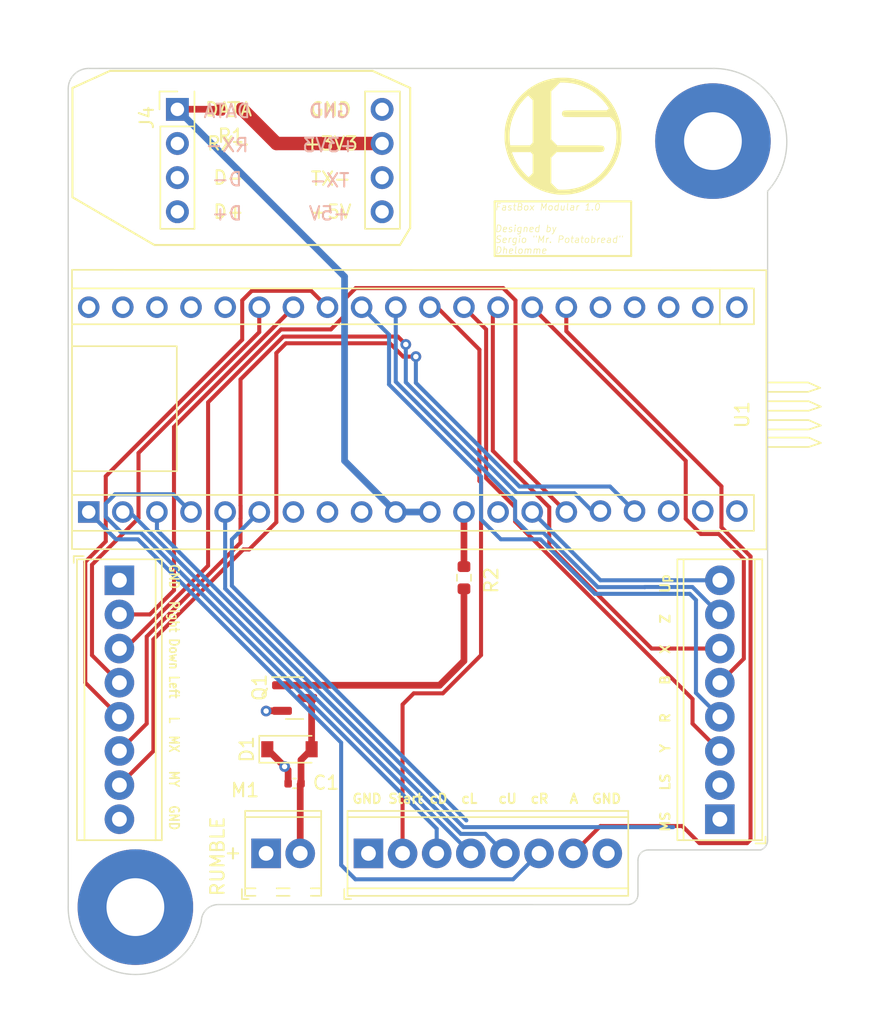
<source format=kicad_pcb>
(kicad_pcb (version 20211014) (generator pcbnew)
  (layers (0 "F.Cu" signal) (1 "In1.Cu" power) (2 "In2.Cu" power) (31 "B.Cu" signal) (34 "B.Paste" user) (35 "F.Paste" user) (36 "B.SilkS" user "B.Silkscreen") (37 "F.SilkS" user "F.Silkscreen") (38 "B.Mask" user) (39 "F.Mask" user) (44 "Edge.Cuts" user))
  (net 0 "")
  (net 2 "GND")
  (net 4 "+3V3")
  (net 7 "+5V")
  (net 10 "/RUMBLE")
  (net 14 "/MY")
  (net 15 "/MX")
  (net 16 "/Right")
  (net 17 "/C-Down")
  (net 18 "/Down")
  (net 19 "/C-Left")
  (net 20 "/Left")
  (net 21 "/C-Right")
  (net 22 "/Up")
  (net 23 "/C-Up")
  (net 24 "/MS")
  (net 25 "/START")
  (net 26 "/LS")
  (net 27 "/Y")
  (net 28 "/Z")
  (net 29 "/X")
  (net 30 "/R")
  (net 31 "/B")
  (net 32 "/L")
  (net 33 "/A")
  (net 36 "Net-(Q1-Pad1)")
  (net 37 "DATA")
  (net 38 "RX-")
  (net 39 "D-")
  (net 40 "D+")
  (net 41 "TX-")
  (net 42 "Net-(C1-Pad2)")
  (footprint "Resistor_SMD:R_0603_1608Metric" (layer "F.Cu") (at 139.129 71.628 180)
    (fp_text reference "R1" (at 0.0132 -1.9812) (layer "F.SilkS"))
    (fp_text value "220")
    (fp_line (start -0.237258 0.5225) (end 0.237258 0.5225) (layer "F.SilkS") (width 0.12))
    (fp_line (start -0.237258 -0.5225) (end 0.237258 -0.5225) (layer "F.SilkS") (width 0.12))
    (pad "1" smd roundrect locked (at -0.825 0 180) (size 0.8 0.95) (layers "F.Cu" "F.Paste" "F.Mask") (net 4 "+3V3"))
    (pad "2" smd roundrect locked (at 0.825 0 180) (size 0.8 0.95) (layers "F.Cu" "F.Paste" "F.Mask") (net 37 "DATA"))
  )
  (footprint "Package_TO_SOT_SMD:SOT-23" (layer "F.Cu") (at 143.851999 115.443)
    (fp_text reference "Q1" (at -2.604638 -0.788866 90) (layer "F.SilkS"))
    (fp_text value "SS8050")
    (fp_line (start 0 -1.56) (end 0.65 -1.56) (layer "F.SilkS") (width 0.12))
    (fp_line (start 0 1.56) (end 0.65 1.56) (layer "F.SilkS") (width 0.12))
    (fp_line (start 0 1.56) (end -0.65 1.56) (layer "F.SilkS") (width 0.12))
    (fp_line (start 0 -1.56) (end -1.675 -1.56) (layer "F.SilkS") (width 0.12))
    (pad "1" smd roundrect locked (at -0.9375 -0.95) (size 1.475 0.6) (layers "F.Cu" "F.Paste" "F.Mask") (net 36 "Net-(Q1-Pad1)"))
    (pad "2" smd roundrect locked (at -0.9375 0.95) (size 1.475 0.6) (layers "F.Cu" "F.Paste" "F.Mask") (net 2 "GND"))
    (pad "3" smd roundrect locked (at 0.9375 0) (size 1.475 0.6) (layers "F.Cu" "F.Paste" "F.Mask") (net 42 "Net-(C1-Pad2)"))
  )
  (footprint "TerminalBlock_Phoenix:TerminalBlock_Phoenix_MPT-0,5-8-2.54_1x08_P2.54mm_Horizontal" (layer "F.Cu") (at 175.514 124.46 90)
    (fp_text reference "J2" hide)
    (fp_text value "Screw_Terminal_01x08")
    (fp_line (start -1.56 -2.7) (end 19.341 -2.7) (layer "F.SilkS") (width 0.12))
    (fp_line (start -1.8 2.66) (end -1.8 3.4) (layer "F.SilkS") (width 0.12))
    (fp_line (start -1.56 2.6) (end 19.341 2.6) (layer "F.SilkS") (width 0.12))
    (fp_line (start -1.56 3.16) (end 19.341 3.16) (layer "F.SilkS") (width 0.12))
    (fp_line (start -1.8 3.4) (end -1.3 3.4) (layer "F.SilkS") (width 0.12))
    (fp_line (start 19.341 -3.16) (end 19.341 3.16) (layer "F.SilkS") (width 0.12))
    (fp_line (start -1.56 -3.16) (end -1.56 3.16) (layer "F.SilkS") (width 0.12))
    (fp_line (start -1.56 -3.16) (end 19.341 -3.16) (layer "F.SilkS") (width 0.12))
    (pad "1" thru_hole rect locked (at 0 0 90) (size 2.2 2.2) (drill 1.1) (layers *.Cu *.Mask) (net 24 "/MS"))
    (pad "2" thru_hole circle locked (at 2.54 0 90) (size 2.2 2.2) (drill 1.1) (layers *.Cu *.Mask) (net 26 "/LS"))
    (pad "3" thru_hole circle locked (at 5.08 0 90) (size 2.2 2.2) (drill 1.1) (layers *.Cu *.Mask) (net 27 "/Y"))
    (pad "4" thru_hole circle locked (at 7.62 0 90) (size 2.2 2.2) (drill 1.1) (layers *.Cu *.Mask) (net 30 "/R"))
    (pad "5" thru_hole circle locked (at 10.16 0 90) (size 2.2 2.2) (drill 1.1) (layers *.Cu *.Mask) (net 31 "/B"))
    (pad "6" thru_hole circle locked (at 12.7 0 90) (size 2.2 2.2) (drill 1.1) (layers *.Cu *.Mask) (net 29 "/X"))
    (pad "7" thru_hole circle locked (at 15.24 0 90) (size 2.2 2.2) (drill 1.1) (layers *.Cu *.Mask) (net 28 "/Z"))
    (pad "8" thru_hole circle locked (at 17.78 0 90) (size 2.2 2.2) (drill 1.1) (layers *.Cu *.Mask) (net 22 "/Up"))
  )
  (footprint "LOGO" (layer "F.Cu") (at 163.83 73.66)
    (fp_text reference "G***" hide)
    (fp_text value "LOGO" hide)
    (fp_poly (pts (xy 0.224373 -4.375461) (xy 0.412558 -4.366967) (xy 0.584357 -4.351242) (xy 0.750188 -4.326998) (xy 0.920472 -4.292953) (xy 1.105629 -4.24782) (xy 1.141249 -4.238444) (xy 1.51643 -4.119657) (xy 1.876946 -3.96751) (xy 2.220866 -3.783935) (xy 2.546257 -3.570863) (xy 2.851188 -3.330227) (xy 3.133728 -3.063959) (xy 3.391943 -2.773989) (xy 3.623903 -2.46225) (xy 3.827676 -2.130674) (xy 4.00133 -1.781193) (xy 4.142932 -1.415737) (xy 4.219685 -1.160007) (xy 4.266944 -0.971077) (xy 4.302886 -0.79889) (xy 4.328794 -0.633026) (xy 4.345955 -0.463067) (xy 4.355652 -0.278591) (xy 4.359171 -0.069179) (xy 4.359248 -0.028139) (xy 4.358637 0.126124) (xy 4.356469 0.251041) (xy 4.352244 0.35477) (xy 4.345458 0.445471) (xy 4.335612 0.5313) (xy 4.322202 0.620417) (xy 4.317719 0.647194) (xy 4.230551 1.056117) (xy 4.1116 1.445202) (xy 3.960646 1.814895) (xy 3.777466 2.165641) (xy 3.561841 2.497887) (xy 3.313551 2.812078) (xy 3.165848 2.974355) (xy 2.870009 3.257901) (xy 2.554704 3.509433) (xy 2.220574 3.728614) (xy 1.868256 3.915106) (xy 1.49839 4.068574) (xy 1.111616 4.18868) (xy 0.708571 4.275087) (xy 0.694092 4.277511) (xy 0.570108 4.294037) (xy 0.420722 4.307569) (xy 0.255756 4.31777) (xy 0.085031 4.324307) (xy -0.081632 4.326844) (xy -0.23441 4.325047) (xy -0.363483 4.318579) (xy -0.403323 4.31493) (xy -0.814143 4.252931) (xy -1.210436 4.156643) (xy -1.591266 4.026523) (xy -1.955695 3.86303) (xy -2.302788 3.66662) (xy -2.602727 3.457854) (xy -0.862925 3.457854) (xy -0.625626 3.697682) (xy -0.537855 3.785534) (xy -0.471183 3.849742) (xy -0.421033 3.894016) (xy -0.382826 3.922066) (xy -0.351982 3.937603) (xy -0.323924 3.944335) (xy -0.320788 3.9447) (xy -0.217447 3.951775) (xy -0.088096 3.954702) (xy 0.056009 3.953691) (xy 0.203613 3.948951) (xy 0.34346 3.940692) (xy 0.454907 3.930247) (xy 0.843308 3.866939) (xy 1.215485 3.769807) (xy 1.571333 3.638901) (xy 1.910747 3.474272) (xy 2.233624 3.27597) (xy 2.539857 3.044046) (xy 2.822713 2.785194) (xy 3.069222 2.51905) (xy 3.281878 2.245979) (xy 3.464335 1.960071) (xy 3.620243 1.655411) (xy 3.753256 1.326089) (xy 3.789987 1.21935) (xy 3.89452 0.845464) (xy 3.961796 0.467505) (xy 3.991789 0.086038) (xy 3.984471 -0.298373) (xy 3.939818 -0.685162) (xy 3.890674 -0.937961) (xy 3.877131 -0.99516) (xy 3.863087 -1.039409) (xy 3.843673 -1.078183) (xy 3.814022 -1.118959) (xy 3.769265 -1.169214) (xy 3.704532 -1.236425) (xy 3.679956 -1.261558) (xy 3.500954 -1.444461) (xy 1.815532 -1.444461) (xy 1.519276 -1.444535) (xy 1.258295 -1.444779) (xy 1.030344 -1.445229) (xy 0.833178 -1.445919) (xy 0.664554 -1.446883) (xy 0.522226 -1.448157) (xy 0.403952 -1.449774) (xy 0.307487 -1.45177) (xy 0.230586 -1.45418) (xy 0.171005 -1.457037) (xy 0.126501 -1.460376) (xy 0.094828 -1.464233) (xy 0.073744 -1.468641) (xy 0.065466 -1.471471) (xy -0.003608 -1.519056) (xy -0.05047 -1.589342) (xy -0.072497 -1.673031) (xy -0.067067 -1.760825) (xy -0.037037 -1.834844) (xy -0.025097 -1.854888) (xy -0.013684 -1.872485) (xy -0.000414 -1.887794) (xy 0.017096 -1.900973) (xy 0.041231 -1.912183) (xy 0.074374 -1.921582) (xy 0.11891 -1.929329) (xy 0.177223 -1.935583) (xy 0.251696 -1.940504) (xy 0.344713 -1.944251) (xy 0.458659 -1.946982) (xy 0.595918 -1.948857) (xy 0.758873 -1.950036) (xy 0.949909 -1.950676) (xy 1.171409 -1.950937) (xy 1.425758 -1.950979) (xy 1.702681 -1.95096) (xy 3.275251 -1.95096) (xy 3.418979 -2.09815) (xy 3.328347 -2.23448) (xy 3.131975 -2.50136) (xy 2.905261 -2.759453) (xy 2.655329 -3.001911) (xy 2.389306 -3.221884) (xy 2.114318 -3.412525) (xy 2.081413 -3.432887) (xy 1.842857 -3.565152) (xy 1.580142 -3.687107) (xy 1.306273 -3.793534) (xy 1.034252 -3.879214) (xy 0.863817 -3.921478) (xy 0.686028 -3.954554) (xy 0.487055 -3.981987) (xy 0.28303 -4.002038) (xy 0.090083 -4.012971) (xy 0.00071 -4.014475) (xy -0.214542 -4.014475) (xy -0.538733 -3.690284) (xy -0.862925 -3.366093) (xy -0.862925 0.212254) (xy -0.643501 0.434414) (xy -0.424078 0.656573) (xy 1.242733 0.656573) (xy 1.536878 0.656541) (xy 1.795844 0.656538) (xy 2.021969 0.656709) (xy 2.217593 0.657194) (xy 2.385054 0.658137) (xy 2.526692 0.65968) (xy 2.644846 0.661965) (xy 2.741854 0.665135) (xy 2.820055 0.669333) (xy 2.881789 0.674701) (xy 2.929395 0.681381) (xy 2.96521 0.689516) (xy 2.991575 0.699249) (xy 3.010829 0.710722) (xy 3.025309 0.724077) (xy 3.037356 0.739457) (xy 3.049308 0.757004) (xy 3.056276 0.767052) (xy 3.087878 0.84007) (xy 3.095439 0.926018) (xy 3.078959 1.009021) (xy 3.056276 1.052594) (xy 3.043523 1.071233) (xy 3.031905 1.087653) (xy 3.019096 1.101995) (xy 3.002771 1.114399) (xy 2.980604 1.125006) (xy 2.950272 1.133955) (xy 2.909448 1.141386) (xy 2.855807 1.147441) (xy 2.787025 1.152258) (xy 2.700775 1.155979) (xy 2.594734 1.158743) (xy 2.466575 1.16069) (xy 2.313973 1.161962) (xy 2.134604 1.162697) (xy 1.926143 1.163037) (xy 1.686263 1.16312) (xy 1.41264 1.163089) (xy 1.223891 1.163073) (xy -0.461763 1.163073) (xy -0.862925 1.570169) (xy -0.862925 3.457854) (xy -2.602727 3.457854) (xy -2.631609 3.437751) (xy -2.94122 3.176881) (xy -3.147088 2.974355) (xy -3.41319 2.669499) (xy -3.64662 2.346477) (xy -3.847529 2.004985) (xy -4.016067 1.64472) (xy -4.152384 1.265379) (xy -4.177071 1.170957) (xy -3.789365 1.170957) (xy -3.78353 1.190968) (xy -3.767903 1.237935) (xy -3.745305 1.303479) (xy -3.732825 1.339031) (xy -3.598669 1.665171) (xy -3.428499 1.986395) (xy -3.223752 2.300071) (xy -3.164545 2.380713) (xy -3.11866 2.438171) (xy -3.05767 2.509378) (xy -2.985981 2.589717) (xy -2.907999 2.674575) (xy -2.828131 2.759337) (xy -2.750782 2.839386) (xy -2.680359 2.910109) (xy -2.621267 2.966891) (xy -2.577913 3.005116) (xy -2.554704 3.02017) (xy -2.553957 3.020236) (xy -2.535581 3.00756) (xy -2.497283 2.973211) (xy -2.444991 2.922707) (xy -2.395055 2.872317) (xy -2.251108 2.724397) (xy -2.251108 1.331067) (xy -2.40596 1.163073) (xy -3.097662 1.163073) (xy -3.254569 1.163279) (xy -3.399002 1.163865) (xy -3.526826 1.164785) (xy -3.633904 1.165991) (xy -3.716101 1.167436) (xy -3.769281 1.169074) (xy -3.789307 1.170855) (xy -3.789365 1.170957) (xy -4.177071 1.170957) (xy -4.25663 0.866657) (xy -4.29896 0.647194) (xy -4.313462 0.555682) (xy -4.32426 0.469752) (xy -4.331856 0.381246) (xy -4.336751 0.282006) (xy -4.339446 0.163873) (xy -4.340377 0.028498) (xy -3.972085 0.028498) (xy -3.964691 0.252978) (xy -3.946796 0.461332) (xy -3.927301 0.595606) (xy -3.916504 0.656573) (xy -2.444142 0.656573) (xy -2.347625 0.55452) (xy -2.251108 0.452468) (xy -2.251108 -2.706756) (xy -2.417795 -2.87616) (xy -2.584482 -3.045563) (xy -2.685445 -2.959308) (xy -2.742038 -2.90758) (xy -2.812469 -2.838318) (xy -2.885957 -2.762298) (xy -2.928012 -2.716844) (xy -3.179482 -2.412692) (xy -3.397092 -2.092494) (xy -3.580694 -1.756563) (xy -3.730136 -1.405212) (xy -3.845269 -1.038754) (xy -3.925943 -0.6575) (xy -3.930925 -0.62623) (xy -3.955237 -0.422654) (xy -3.968945 -0.200562) (xy -3.972085 0.028498) (xy -4.340377 0.028498) (xy -4.340444 0.018689) (xy -4.340488 -0.028139) (xy -4.337942 -0.243132) (xy -4.329449 -0.431317) (xy -4.313723 -0.603115) (xy -4.28948 -0.768947) (xy -4.255434 -0.939231) (xy -4.210301 -1.124388) (xy -4.200925 -1.160007) (xy -4.082173 -1.535055) (xy -3.930049 -1.895474) (xy -3.746492 -2.239329) (xy -3.533437 -2.564684) (xy -3.292821 -2.869601) (xy -3.02658 -3.152146) (xy -2.736651 -3.410381) (xy -2.424969 -3.64237) (xy -2.093471 -3.846177) (xy -1.744093 -4.019865) (xy -1.378772 -4.161498) (xy -1.122489 -4.238444) (xy -0.933558 -4.285703) (xy -0.761371 -4.321645) (xy -0.595508 -4.347553) (xy -0.425548 -4.364714) (xy -0.241073 -4.374411) (xy -0.03166 -4.37793) (xy 0.00938 -4.378006)) (layer "F.SilkS") (width 0) (fill solid))
  )
  (footprint "MountingHole:MountingHole_4.3mm_M4_Pad" (layer "F.Cu") (at 175 74)
    (fp_text reference "H1" hide)
    (fp_text value "Hole")
    (pad "1" thru_hole circle locked (at 0 0) (size 8.6 8.6) (drill 4.3) (layers *.Cu *.Mask) (net 2 "GND"))
  )
  (footprint "TerminalBlock_Phoenix:TerminalBlock_Phoenix_MPT-0,5-2-2.54_1x02_P2.54mm_Horizontal" (layer "F.Cu") (at 141.732 127)
    (fp_text reference "M1" (at -1.567172 -4.699691 180) (layer "F.SilkS"))
    (fp_text value "RUMBLE")
    (fp_line (start -1.56 -3.16) (end 4.1 -3.16) (layer "F.SilkS") (width 0.12))
    (fp_line (start -1.8 2.66) (end -1.8 3.4) (layer "F.SilkS") (width 0.12))
    (fp_line (start 3.33 2.6) (end 4.1 2.6) (layer "F.SilkS") (width 0.12))
    (fp_line (start -1.56 2.6) (end -0.79 2.6) (layer "F.SilkS") (width 0.12))
    (fp_line (start -1.56 3.16) (end -0.79 3.16) (layer "F.SilkS") (width 0.12))
    (fp_line (start -1.56 -3.16) (end -1.56 3.16) (layer "F.SilkS") (width 0.12))
    (fp_line (start -1.56 -2.7) (end 4.1 -2.7) (layer "F.SilkS") (width 0.12))
    (fp_line (start -1.8 3.4) (end -1.3 3.4) (layer "F.SilkS") (width 0.12))
    (fp_line (start 0.79 3.16) (end 1.75 3.16) (layer "F.SilkS") (width 0.12))
    (fp_line (start 0.79 2.6) (end 1.75 2.6) (layer "F.SilkS") (width 0.12))
    (fp_line (start 4.1 -3.16) (end 4.1 3.16) (layer "F.SilkS") (width 0.12))
    (fp_line (start 3.33 3.16) (end 4.1 3.16) (layer "F.SilkS") (width 0.12))
    (pad "" np_thru_hole circle locked (at 2.54 2.54) (size 1.1 1.1) (drill 1.1) (layers *.Cu *.Mask))
    (pad "" np_thru_hole circle locked (at 0 2.54) (size 1.1 1.1) (drill 1.1) (layers *.Cu *.Mask))
    (pad "1" thru_hole rect locked (at 0 0) (size 2.2 2.2) (drill 1.1) (layers *.Cu *.Mask) (net 7 "+5V"))
    (pad "2" thru_hole circle locked (at 2.54 0) (size 2.2 2.2) (drill 1.1) (layers *.Cu *.Mask) (net 42 "Net-(C1-Pad2)"))
  )
  (footprint "Capacitor_SMD:C_0402_1005Metric" (layer "F.Cu") (at 143.851999 121.793)
    (fp_text reference "C1" (at 2.337892 -0.049547) (layer "F.SilkS"))
    (fp_text value "100n")
    (fp_line (start -0.107836 -0.36) (end 0.107836 -0.36) (layer "F.SilkS") (width 0.12))
    (fp_line (start -0.107836 0.36) (end 0.107836 0.36) (layer "F.SilkS") (width 0.12))
    (pad "1" smd roundrect locked (at -0.48 0) (size 0.56 0.62) (layers "F.Cu" "F.Paste" "F.Mask") (net 7 "+5V"))
    (pad "2" smd roundrect locked (at 0.48 0) (size 0.56 0.62) (layers "F.Cu" "F.Paste" "F.Mask") (net 42 "Net-(C1-Pad2)"))
  )
  (footprint "MountingHole:MountingHole_4.3mm_M4_Pad" (layer "F.Cu") (at 132 131)
    (fp_text reference "H4" hide)
    (fp_text value "Hole")
    (pad "1" thru_hole circle locked (at 0 0) (size 8.6 8.6) (drill 4.3) (layers *.Cu *.Mask) (net 2 "GND"))
  )
  (footprint "TerminalBlock_Phoenix:TerminalBlock_Phoenix_MPT-0,5-8-2.54_1x08_P2.54mm_Horizontal" (layer "F.Cu") (at 130.81 106.68 -90)
    (fp_text reference "J1" hide)
    (fp_text value "Screw_Terminal_01x08")
    (fp_line (start -1.8 2.66) (end -1.8 3.4) (layer "F.SilkS") (width 0.12))
    (fp_line (start -1.56 -3.16) (end 19.341 -3.16) (layer "F.SilkS") (width 0.12))
    (fp_line (start -1.56 -3.16) (end -1.56 3.16) (layer "F.SilkS") (width 0.12))
    (fp_line (start -1.56 -2.7) (end 19.341 -2.7) (layer "F.SilkS") (width 0.12))
    (fp_line (start -1.56 3.16) (end 19.341 3.16) (layer "F.SilkS") (width 0.12))
    (fp_line (start 19.341 -3.16) (end 19.341 3.16) (layer "F.SilkS") (width 0.12))
    (fp_line (start -1.56 2.6) (end 19.341 2.6) (layer "F.SilkS") (width 0.12))
    (fp_line (start -1.8 3.4) (end -1.3 3.4) (layer "F.SilkS") (width 0.12))
    (pad "1" thru_hole rect locked (at 0 0 270) (size 2.2 2.2) (drill 1.1) (layers *.Cu *.Mask) (net 2 "GND"))
    (pad "2" thru_hole circle locked (at 2.54 0 270) (size 2.2 2.2) (drill 1.1) (layers *.Cu *.Mask) (net 16 "/Right"))
    (pad "3" thru_hole circle locked (at 5.08 0 270) (size 2.2 2.2) (drill 1.1) (layers *.Cu *.Mask) (net 18 "/Down"))
    (pad "4" thru_hole circle locked (at 7.62 0 270) (size 2.2 2.2) (drill 1.1) (layers *.Cu *.Mask) (net 20 "/Left"))
    (pad "5" thru_hole circle locked (at 10.16 0 270) (size 2.2 2.2) (drill 1.1) (layers *.Cu *.Mask) (net 32 "/L"))
    (pad "6" thru_hole circle locked (at 12.7 0 270) (size 2.2 2.2) (drill 1.1) (layers *.Cu *.Mask) (net 15 "/MX"))
    (pad "7" thru_hole circle locked (at 15.24 0 270) (size 2.2 2.2) (drill 1.1) (layers *.Cu *.Mask) (net 14 "/MY"))
    (pad "8" thru_hole circle locked (at 17.78 0 270) (size 2.2 2.2) (drill 1.1) (layers *.Cu *.Mask) (net 2 "GND"))
  )
  (footprint "Diode_SMD:D_SOD-123" (layer "F.Cu") (at 143.471999 119.253)
    (fp_text reference "D1" (at -3.175 0 90) (layer "F.SilkS"))
    (fp_text value "B5819W")
    (fp_line (start -2.25 -1) (end 1.65 -1) (layer "F.SilkS") (width 0.12))
    (fp_line (start -2.25 1) (end 1.65 1) (layer "F.SilkS") (width 0.12))
    (fp_line (start -2.25 -1) (end -2.25 1) (layer "F.SilkS") (width 0.12))
    (pad "1" smd rect locked (at -1.65 0) (size 0.9 1.2) (layers "F.Cu" "F.Paste" "F.Mask") (net 7 "+5V"))
    (pad "2" smd rect locked (at 1.65 0) (size 0.9 1.2) (layers "F.Cu" "F.Paste" "F.Mask") (net 42 "Net-(C1-Pad2)"))
  )
  (footprint "Sergio_footprints:Dual_Port_Model_U" (layer "F.Cu") (at 142.748 75.448)
    (fp_text reference "J4" (at -9.9 -3.2 90) (layer "F.SilkS"))
    (fp_text value "Dual_Port_Model_U")
    (fp_text user "RX-" (at -3.923306 -1.14513 unlocked) (layer "B.SilkS") (effects (justify mirror)))
    (fp_text user "GND" (at 3.696694 -3.68513 unlocked) (layer "B.SilkS") (effects (justify mirror)))
    (fp_text user "D+" (at -3.923306 3.93487 unlocked) (layer "B.SilkS") (effects (justify mirror)))
    (fp_text user "+3V3" (at 3.696694 -1.14513 unlocked) (layer "B.SilkS") (effects (justify mirror)))
    (fp_text user "DATA" (at -3.923306 -3.68513 unlocked) (layer "B.SilkS") (effects (justify mirror)))
    (fp_text user "TX-" (at 3.704195 1.476119 unlocked) (layer "B.SilkS") (effects (justify mirror)))
    (fp_text user "D-" (at -3.923306 1.39487 unlocked) (layer "B.SilkS") (effects (justify mirror)))
    (fp_text user "+5V" (at 3.696694 3.93487 unlocked) (layer "B.SilkS") (effects (justify mirror)))
    (fp_text user "RX-" (at -3.81 -1.27 unlocked) (layer "F.SilkS"))
    (fp_text user "D+" (at -3.81 3.81 unlocked) (layer "F.SilkS"))
    (fp_text user "TX-" (at 3.802499 1.351249 unlocked) (layer "F.SilkS"))
    (fp_text user "+3V3" (at 3.81 -1.27 unlocked) (layer "F.SilkS"))
    (fp_text user "+5V" (at 3.81 3.81 unlocked) (layer "F.SilkS"))
    (fp_text user "DATA" (at -3.81 -3.81 unlocked) (layer "F.SilkS"))
    (fp_text user "GND" (at 3.81 -3.81 unlocked) (layer "F.SilkS"))
    (fp_text user "D-" (at -3.81 1.27 unlocked) (layer "F.SilkS"))
    (fp_line (start -15.43373 2.725206) (end -15.43373 -5.402794) (layer "F.SilkS") (width 0.15))
    (fp_line (start 6.35 -5.14) (end 6.35 5.08) (layer "F.SilkS") (width 0.12))
    (fp_line (start 8.95027 6.281206) (end -9.33773 6.281206) (layer "F.SilkS") (width 0.15))
    (fp_line (start 9.71227 5.011206) (end 9.71227 -5.402794) (layer "F.SilkS") (width 0.15))
    (fp_line (start -7.62 -5.14) (end -8.95 -5.14) (layer "F.SilkS") (width 0.12))
    (fp_line (start -8.89 5.08) (end -6.35 5.08) (layer "F.SilkS") (width 0.12))
    (fp_line (start -15.43373 -5.402794) (end -12.63973 -6.672794) (layer "F.SilkS") (width 0.15))
    (fp_line (start -6.35 -2.54) (end -8.89 -2.54) (layer "F.SilkS") (width 0.12))
    (fp_line (start 6.91827 -6.672794) (end -12.63973 -6.672794) (layer "F.SilkS") (width 0.15))
    (fp_line (start -8.89 -2.54) (end -8.89 5.08) (layer "F.SilkS") (width 0.12))
    (fp_line (start 8.95 -5.14) (end 6.35 -5.14) (layer "F.SilkS") (width 0.12))
    (fp_line (start 6.35 5.08) (end 8.95 5.08) (layer "F.SilkS") (width 0.12))
    (fp_line (start 8.95027 6.281206) (end 9.71227 5.011206) (layer "F.SilkS") (width 0.15))
    (fp_line (start 9.71227 -5.402794) (end 6.91827 -6.672794) (layer "F.SilkS") (width 0.15))
    (fp_line (start -8.95 -5.14) (end -8.95 -3.81) (layer "F.SilkS") (width 0.12))
    (fp_line (start -6.35 -2.54) (end -6.35 5.08) (layer "F.SilkS") (width 0.12))
    (fp_line (start 8.95 -5.14) (end 8.95 5.08) (layer "F.SilkS") (width 0.12))
    (fp_line (start -6.35 -5.14) (end -6.35 -2.54) (layer "F.SilkS") (width 0.12))
    (fp_line (start -9.33773 6.281206) (end -15.43373 2.725206) (layer "F.SilkS") (width 0.15))
    (pad "1" thru_hole rect (at -7.62 -3.81) (size 1.7 1.7) (drill 1) (layers *.Cu *.Mask) (net 37 "DATA"))
    (pad "2" thru_hole oval (at -7.62 -1.27) (size 1.7 1.7) (drill 1) (layers *.Cu *.Mask) (net 38 "RX-"))
    (pad "3" thru_hole oval (at -7.62 1.27) (size 1.7 1.7) (drill 1) (layers *.Cu *.Mask) (net 39 "D-"))
    (pad "4" thru_hole oval (at -7.62 3.81) (size 1.7 1.7) (drill 1) (layers *.Cu *.Mask) (net 40 "D+"))
    (pad "5" thru_hole oval (at 7.62 3.81) (size 1.7 1.7) (drill 1) (layers *.Cu *.Mask) (net 7 "+5V"))
    (pad "6" thru_hole oval (at 7.62 1.27) (size 1.7 1.7) (drill 1) (layers *.Cu *.Mask) (net 41 "TX-"))
    (pad "7" thru_hole oval (at 7.62 -1.27) (size 1.7 1.7) (drill 1) (layers *.Cu *.Mask) (net 4 "+3V3"))
    (pad "8" thru_hole oval (at 7.62 -3.81) (size 1.7 1.7) (drill 1) (layers *.Cu *.Mask) (net 2 "GND"))
  )
  (footprint "Resistor_SMD:R_0603_1608Metric" (layer "F.Cu") (at 156.464 106.489 -90)
    (fp_text reference "R2" (at 0.191 -2.032 90) (layer "F.SilkS"))
    (fp_text value "220")
    (fp_line (start -0.237258 -0.5225) (end 0.237258 -0.5225) (layer "F.SilkS") (width 0.12))
    (fp_line (start -0.237258 0.5225) (end 0.237258 0.5225) (layer "F.SilkS") (width 0.12))
    (pad "1" smd roundrect locked (at -0.825 0 270) (size 0.8 0.95) (layers "F.Cu" "F.Paste" "F.Mask") (net 10 "/RUMBLE"))
    (pad "2" smd roundrect locked (at 0.825 0 270) (size 0.8 0.95) (layers "F.Cu" "F.Paste" "F.Mask") (net 36 "Net-(Q1-Pad1)"))
  )
  (footprint "Sergio_footprints:STM32_Blackpill" (layer "F.Cu") (at 128.524 101.6 90)
    (fp_text reference "U1" (at 7.24 48.66 90) (layer "F.SilkS"))
    (fp_text value "STM32_Blackpill")
    (fp_line (start 8.24 53.61) (end 7.84 54.51) (layer "F.SilkS") (width 0.12))
    (fp_line (start 13.97 49.53) (end 16.64 49.53) (layer "F.SilkS") (width 0.12))
    (fp_line (start 7.54 53.61) (end 7.54 50.51) (layer "F.SilkS") (width 0.12))
    (fp_line (start 6.14 53.61) (end 6.14 50.51) (layer "F.SilkS") (width 0.12))
    (fp_line (start 6.84 53.61) (end 6.44 54.51) (layer "F.SilkS") (width 0.12))
    (fp_line (start 13.97 46.99) (end 13.97 49.53) (layer "F.SilkS") (width 0.12))
    (fp_line (start 6.84 50.51) (end 6.84 53.61) (layer "F.SilkS") (width 0.12))
    (fp_line (start 9.64 53.56) (end 9.24 54.46) (layer "F.SilkS") (width 0.12))
    (fp_line (start 9.64 50.46) (end 9.64 53.56) (layer "F.SilkS") (width 0.12))
    (fp_line (start 13.97 46.99) (end 13.97 -1.19) (layer "F.SilkS") (width 0.12))
    (fp_line (start 1.27 49.53) (end -1.4 49.53) (layer "F.SilkS") (width 0.12))
    (fp_line (start 1.27 49.53) (end 1.27 -1.24) (layer "F.SilkS") (width 0.12))
    (fp_line (start 4.84 53.61) (end 4.84 50.51) (layer "F.SilkS") (width 0.12))
    (fp_line (start -2.7776 50.47) (end 17.9924 50.45) (layer "F.SilkS") (width 0.12))
    (fp_line (start 16.64 49.46) (end 16.64 -1.24) (layer "F.SilkS") (width 0.12))
    (fp_line (start 8.94 53.56) (end 8.94 50.46) (layer "F.SilkS") (width 0.12))
    (fp_line (start -2.7776 11.1168) (end -2.7776 50.47) (layer "F.SilkS") (width 0.12))
    (fp_line (start 18.0224 -1.2432) (end -2.76 -1.2432) (layer "F.SilkS") (width 0.12))
    (fp_line (start 8.24 50.51) (end 8.24 53.61) (layer "F.SilkS") (width 0.12))
    (fp_line (start 17.9924 50.45) (end 18.0224 -1.2432) (layer "F.SilkS") (width 0.12))
    (fp_line (start 9.24 54.46) (end 8.94 53.56) (layer "F.SilkS") (width 0.12))
    (fp_line (start 5.14 54.51) (end 4.84 53.61) (layer "F.SilkS") (width 0.12))
    (fp_line (start 5.54 53.61) (end 5.14 54.51) (layer "F.SilkS") (width 0.12))
    (fp_line (start 13.97 46.99) (end 16.64 46.99) (layer "F.SilkS") (width 0.12))
    (fp_line (start 5.54 50.51) (end 5.54 53.61) (layer "F.SilkS") (width 0.12))
    (fp_line (start 6.44 54.51) (end 6.14 53.61) (layer "F.SilkS") (width 0.12))
    (fp_line (start -2.76 -1.2432) (end -2.7776 11.1168) (layer "F.SilkS") (width 0.12))
    (fp_line (start -1.4 49.53) (end -1.4 -1.24) (layer "F.SilkS") (width 0.12))
    (fp_line (start 7.84 54.51) (end 7.54 53.61) (layer "F.SilkS") (width 0.12))
    (fp_rect (start 12.34 -1.24) (end 3.04 6.56) (layer "F.SilkS") (width 0.12) (fill none))
    (pad "1" thru_hole rect (at 0 0 270) (size 1.6 1.6) (drill 1) (layers *.Cu *.Mask) (net 21 "/C-Right"))
    (pad "2" thru_hole oval (at 0 2.54 90) (size 1.6 1.6) (drill 1) (layers *.Cu *.Mask) (net 19 "/C-Left"))
    (pad "3" thru_hole oval (at 0 5.08 90) (size 1.6 1.6) (drill 1) (layers *.Cu *.Mask) (net 23 "/C-Up"))
    (pad "4" thru_hole oval (at 0 7.62 90) (size 1.6 1.6) (drill 1) (layers *.Cu *.Mask) (net 17 "/C-Down"))
    (pad "5" thru_hole oval (at 0 10.16 90) (size 1.6 1.6) (drill 1) (layers *.Cu *.Mask) (net 24 "/MS"))
    (pad "6" thru_hole oval (at 0 12.7 90) (size 1.6 1.6) (drill 1) (layers *.Cu *.Mask) (net 26 "/LS"))
    (pad "7" thru_hole oval (at 0 15.24 90) (size 1.6 1.6) (drill 1) (layers *.Cu *.Mask))
    (pad "8" thru_hole oval (at 0 17.78 90) (size 1.6 1.6) (drill 1) (layers *.Cu *.Mask))
    (pad "9" thru_hole oval (at 0 20.32 90) (size 1.6 1.6) (drill 1) (layers *.Cu *.Mask))
    (pad "10" thru_hole oval (at 0 22.86 90) (size 1.6 1.6) (drill 1) (layers *.Cu *.Mask) (net 37 "DATA"))
    (pad "11" thru_hole oval (at 0 25.4 90) (size 1.6 1.6) (drill 1) (layers *.Cu *.Mask) (net 37 "DATA"))
    (pad "12" thru_hole oval (at 0 27.94 90) (size 1.6 1.6) (drill 1) (layers *.Cu *.Mask) (net 10 "/RUMBLE"))
    (pad "13" thru_hole oval (at 0 30.48 90) (size 1.6 1.6) (drill 1) (layers *.Cu *.Mask))
    (pad "14" thru_hole oval (at 0 33.02 90) (size 1.6 1.6) (drill 1) (layers *.Cu *.Mask) (net 22 "/Up"))
    (pad "15" thru_hole oval (at 0 35.56 90) (size 1.6 1.6) (drill 1) (layers *.Cu *.Mask) (net 18 "/Down"))
    (pad "16" thru_hole oval (at 0.07 38.1 90) (size 1.6 1.6) (drill 1) (layers *.Cu *.Mask) (net 15 "/MX"))
    (pad "17" thru_hole oval (at 0.07 40.64 90) (size 1.6 1.6) (drill 1) (layers *.Cu *.Mask) (net 14 "/MY"))
    (pad "18" thru_hole oval (at 0.07 43.18 90) (size 1.6 1.6) (drill 1) (layers *.Cu *.Mask) (net 7 "+5V"))
    (pad "19" thru_hole oval (at 0.07 45.72 90) (size 1.6 1.6) (drill 1) (layers *.Cu *.Mask) (net 2 "GND"))
    (pad "20" thru_hole oval (at 0.07 48.26 90) (size 1.6 1.6) (drill 1) (layers *.Cu *.Mask) (net 4 "+3V3"))
    (pad "21" thru_hole oval (at 15.24 48.26 270) (size 1.6 1.6) (drill 1) (layers *.Cu *.Mask))
    (pad "22" thru_hole oval (at 15.24 45.72 90) (size 1.6 1.6) (drill 1) (layers *.Cu *.Mask))
    (pad "23" thru_hole oval (at 15.24 43.18 90) (size 1.6 1.6) (drill 1) (layers *.Cu *.Mask))
    (pad "24" thru_hole oval (at 15.24 40.64 90) (size 1.6 1.6) (drill 1) (layers *.Cu *.Mask))
    (pad "25" thru_hole oval (at 15.24 38.1 90) (size 1.6 1.6) (drill 1) (layers *.Cu *.Mask))
    (pad "26" thru_hole oval (at 15.24 35.56 90) (size 1.6 1.6) (drill 1) (layers *.Cu *.Mask) (net 33 "/A"))
    (pad "27" thru_hole oval (at 15.24 33.02 90) (size 1.6 1.6) (drill 1) (layers *.Cu *.Mask) (net 31 "/B"))
    (pad "28" thru_hole oval (at 15.24 30.48 90) (size 1.6 1.6) (drill 1) (layers *.Cu *.Mask) (net 29 "/X"))
    (pad "29" thru_hole oval (at 15.24 27.94 90) (size 1.6 1.6) (drill 1) (layers *.Cu *.Mask) (net 27 "/Y"))
    (pad "30" thru_hole oval (at 15.24 25.4 90) (size 1.6 1.6) (drill 1) (layers *.Cu *.Mask) (net 25 "/START"))
    (pad "31" thru_hole oval (at 15.24 22.86 90) (size 1.6 1.6) (drill 1) (layers *.Cu *.Mask) (net 28 "/Z"))
    (pad "32" thru_hole oval (at 15.24 20.32 90) (size 1.6 1.6) (drill 1) (layers *.Cu *.Mask) (net 30 "/R"))
    (pad "33" thru_hole oval (at 15.24 17.78 90) (size 1.6 1.6) (drill 1) (layers *.Cu *.Mask) (net 32 "/L"))
    (pad "34" thru_hole oval (at 15.24 15.24 90) (size 1.6 1.6) (drill 1) (layers *.Cu *.Mask) (net 16 "/Right"))
    (pad "35" thru_hole oval (at 15.24 12.7 90) (size 1.6 1.6) (drill 1) (layers *.Cu *.Mask) (net 20 "/Left"))
    (pad "36" thru_hole oval (at 15.24 10.16 90) (size 1.6 1.6) (drill 1) (layers *.Cu *.Mask))
    (pad "37" thru_hole oval (at 15.24 7.62 90) (size 1.6 1.6) (drill 1) (layers *.Cu *.Mask))
    (pad "38" thru_hole oval (at 15.24 5.08 90) (size 1.6 1.6) (drill 1) (layers *.Cu *.Mask) (net 4 "+3V3"))
    (pad "39" thru_hole oval (at 15.24 2.54 90) (size 1.6 1.6) (drill 1) (layers *.Cu *.Mask) (net 2 "GND"))
    (pad "40" thru_hole oval (at 15.24 0 90) (size 1.6 1.6) (drill 1) (layers *.Cu *.Mask) (net 7 "+5V"))
  )
  (footprint "TerminalBlock_Phoenix:TerminalBlock_Phoenix_MPT-0,5-8-2.54_1x08_P2.54mm_Horizontal" (layer "F.Cu") (at 149.353728 127.002422)
    (fp_text reference "J3" hide)
    (fp_text value "Screw_Terminal_01x08")
    (fp_line (start -1.8 3.4) (end -1.3 3.4) (layer "F.SilkS") (width 0.12))
    (fp_line (start -1.56 -3.16) (end -1.56 3.16) (layer "F.SilkS") (width 0.12))
    (fp_line (start -1.56 2.6) (end 19.341 2.6) (layer "F.SilkS") (width 0.12))
    (fp_line (start 19.341 -3.16) (end 19.341 3.16) (layer "F.SilkS") (width 0.12))
    (fp_line (start -1.56 -2.7) (end 19.341 -2.7) (layer "F.SilkS") (width 0.12))
    (fp_line (start -1.8 2.66) (end -1.8 3.4) (layer "F.SilkS") (width 0.12))
    (fp_line (start -1.56 -3.16) (end 19.341 -3.16) (layer "F.SilkS") (width 0.12))
    (fp_line (start -1.56 3.16) (end 19.341 3.16) (layer "F.SilkS") (width 0.12))
    (pad "1" thru_hole rect locked (at 0 0) (size 2.2 2.2) (drill 1.1) (layers *.Cu *.Mask) (net 2 "GND"))
    (pad "2" thru_hole circle locked (at 2.54 0) (size 2.2 2.2) (drill 1.1) (layers *.Cu *.Mask) (net 25 "/START"))
    (pad "3" thru_hole circle locked (at 5.08 0) (size 2.2 2.2) (drill 1.1) (layers *.Cu *.Mask) (net 17 "/C-Down"))
    (pad "4" thru_hole circle locked (at 7.62 0) (size 2.2 2.2) (drill 1.1) (layers *.Cu *.Mask) (net 19 "/C-Left"))
    (pad "5" thru_hole circle locked (at 10.16 0) (size 2.2 2.2) (drill 1.1) (layers *.Cu *.Mask) (net 23 "/C-Up"))
    (pad "6" thru_hole circle locked (at 12.7 0) (size 2.2 2.2) (drill 1.1) (layers *.Cu *.Mask) (net 21 "/C-Right"))
    (pad "7" thru_hole circle locked (at 15.24 0) (size 2.2 2.2) (drill 1.1) (layers *.Cu *.Mask) (net 33 "/A"))
    (pad "8" thru_hole circle locked (at 17.78 0) (size 2.2 2.2) (drill 1.1) (layers *.Cu *.Mask) (net 2 "GND"))
  )
  (gr_line (start 168.91 82.55) (end 158.75 82.55) (layer "F.SilkS") (width 0.15))
  (gr_line (start 158.75 82.55) (end 158.75 78.486) (layer "F.SilkS") (width 0.15))
  (gr_line (start 168.91 78.486) (end 168.91 82.55) (layer "F.SilkS") (width 0.15))
  (gr_line (start 158.75 78.486) (end 168.91 78.486) (layer "F.SilkS") (width 0.15))
  (gr_line (start 179.07 125.984) (end 179.07 77.724) (layer "Edge.Cuts") (width 0.1))
  (gr_arc (start 179.07 125.984) (mid 178.941314 126.448543) (end 178.562 126.746) (layer "Edge.Cuts") (width 0.1))
  (gr_arc (start 136.906 132.08) (mid 131.372497 135.972921) (end 127 130.81) (layer "Edge.Cuts") (width 0.1))
  (gr_arc (start 175.075096 68.591136) (mid 180.042769 71.858332) (end 179.07 77.724) (layer "Edge.Cuts") (width 0.1))
  (gr_arc (start 169.418 130.048) (mid 169.19442 130.58777) (end 168.65465 130.81135) (layer "Edge.Cuts") (width 0.1))
  (gr_line (start 169.418 130.048) (end 169.418 127.508) (layer "Edge.Cuts") (width 0.1))
  (gr_line (start 170.18135 126.74465) (end 178.562 126.746) (layer "Edge.Cuts") (width 0.1))
  (gr_arc (start 169.418 127.508) (mid 169.64158 126.96823) (end 170.18135 126.74465) (layer "Edge.Cuts") (width 0.1))
  (gr_line (start 128.521279 68.592259) (end 175.075096 68.591136) (layer "Edge.Cuts") (width 0.1))
  (gr_line (start 126.997279 70.116259) (end 127 130.81) (layer "Edge.Cuts") (width 0.1))
  (gr_line (start 138.176 130.81) (end 168.65465 130.81135) (layer "Edge.Cuts") (width 0.1))
  (gr_arc (start 126.997279 70.116259) (mid 127.443648 69.038628) (end 128.521279 68.592259) (layer "Edge.Cuts") (width 0.1))
  (gr_arc (start 136.906 132.08) (mid 137.277974 131.181974) (end 138.176 130.81) (layer "Edge.Cuts") (width 0.1))
  (gr_text "GND Start cD  cL   cU  cR   A  GND" (at 148.082 122.936) (layer "F.SilkS") (effects (font (size 0.7 0.7)) (justify left)))
  (gr_text "+" (at 139.192 127 90) (layer "F.SilkS") (effects (font (size 1 1))))
  (gr_text "GND  Right Down Left   L  MX   MY   GND" (at 134.874 105.41 270) (layer "F.SilkS") (effects (font (size 0.7 0.6) (thickness 0.12)) (justify left)))
  (gr_text "MS   LS   Y   R    B   X   Z   Up" (at 171.45 125.476 90) (layer "F.SilkS") (effects (font (size 0.7 0.7)) (justify left)))
  (gr_text "RUMBLE" (at 138.114912 127.220736 90) (layer "F.SilkS") (effects (font (size 1 1))))
  (gr_text "FastBox Modular 1.0\n\nDesigned by \nSergio {dblquote}Mr. Potatobread{dblquote} \nDhelomme\n" (at 158.75 80.518) (layer "F.SilkS") (effects (font (size 0.5 0.5) (thickness 0.05) italic) (justify left)))
  (segment (start 141.749388 116.393) (end 141.732 116.410388) (width 0.5) (layer "F.Cu") (net 2))
  (segment (start 142.914499 116.393) (end 141.749388 116.393) (width 0.5) (layer "F.Cu") (net 2))
  (via (at 141.732 116.410388) (size 0.8) (drill 0.4) (layers "F.Cu" "B.Cu") (net 2))
  (segment (start 142.504 74.178) (end 150.368 74.178) (width 1) (layer "F.Cu") (net 4))
  (segment (start 139.954 71.628) (end 142.504 74.178) (width 1) (layer "F.Cu") (net 4))
  (segment (start 143.371999 120.803) (end 143.110499 120.541501) (width 0.5) (layer "F.Cu") (net 7))
  (segment (start 143.371999 121.793) (end 143.371999 120.803) (width 0.5) (layer "F.Cu") (net 7))
  (segment (start 143.110499 120.541501) (end 141.821999 119.253) (width 0.5) (layer "F.Cu") (net 7))
  (via (at 143.110499 120.541501) (size 0.8) (drill 0.4) (layers "F.Cu" "B.Cu") (net 7))
  (segment (start 156.464 101.6) (end 156.464 105.664) (width 0.5) (layer "F.Cu") (net 10))
  (segment (start 140.47048 104.38552) (end 140.033907 104.38552) (width 0.3) (layer "F.Cu") (net 14))
  (segment (start 142.494 89.769912) (end 142.494 102.362) (width 0.3) (layer "F.Cu") (net 14))
  (segment (start 143.219992 89.04392) (end 142.494 89.769912) (width 0.3) (layer "F.Cu") (net 14))
  (segment (start 142.494 102.362) (end 140.47048 104.38552) (width 0.3) (layer "F.Cu") (net 14))
  (segment (start 133.34152 119.38848) (end 130.81 121.92) (width 0.3) (layer "F.Cu") (net 14))
  (segment (start 152.883 90.03676) (end 151.93656 90.03676) (width 0.3) (layer "F.Cu") (net 14))
  (segment (start 133.34152 111.077908) (end 133.34152 119.38848) (width 0.3) (layer "F.Cu") (net 14))
  (segment (start 150.94372 89.04392) (end 143.219992 89.04392) (width 0.3) (layer "F.Cu") (net 14))
  (segment (start 140.033907 104.38552) (end 133.34152 111.077908) (width 0.3) (layer "F.Cu") (net 14))
  (segment (start 151.93656 90.03676) (end 150.94372 89.04392) (width 0.3) (layer "F.Cu") (net 14))
  (via (at 152.883 90.03676) (size 0.8) (drill 0.4) (layers "F.Cu" "B.Cu") (net 14))
  (segment (start 167.33748 99.70348) (end 169.164 101.53) (width 0.3) (layer "B.Cu") (net 14))
  (segment (start 152.883 90.03676) (end 152.883 91.988116) (width 0.3) (layer "B.Cu") (net 14))
  (segment (start 152.883 91.988116) (end 160.598364 99.70348) (width 0.3) (layer "B.Cu") (net 14))
  (segment (start 160.598364 99.70348) (end 167.33748 99.70348) (width 0.3) (layer "B.Cu") (net 14))
  (segment (start 139.833511 102.076144) (end 139.827 102.082655) (width 0.3) (layer "F.Cu") (net 15))
  (segment (start 143.013084 88.5444) (end 139.827 91.730484) (width 0.3) (layer "F.Cu") (net 15))
  (segment (start 132.842 117.348) (end 130.81 119.38) (width 0.3) (layer "F.Cu") (net 15))
  (segment (start 139.827 102.082655) (end 139.827 103.886) (width 0.3) (layer "F.Cu") (net 15))
  (segment (start 139.833511 101.123856) (end 139.833511 102.076144) (width 0.3) (layer "F.Cu") (net 15))
  (segment (start 139.827 103.886) (end 132.842 110.871) (width 0.3) (layer "F.Cu") (net 15))
  (segment (start 139.827 91.730484) (end 139.827 101.117345) (width 0.3) (layer "F.Cu") (net 15))
  (segment (start 132.842 110.871) (end 132.842 117.348) (width 0.3) (layer "F.Cu") (net 15))
  (segment (start 151.545877 88.5444) (end 143.013084 88.5444) (width 0.3) (layer "F.Cu") (net 15))
  (segment (start 152.1335 89.132023) (end 151.545877 88.5444) (width 0.3) (layer "F.Cu") (net 15))
  (segment (start 139.827 101.117345) (end 139.833511 101.123856) (width 0.3) (layer "F.Cu") (net 15))
  (via (at 152.1335 89.132023) (size 0.8) (drill 0.4) (layers "F.Cu" "B.Cu") (net 15))
  (segment (start 152.1335 89.132023) (end 152.1335 91.945044) (width 0.3) (layer "B.Cu") (net 15))
  (segment (start 160.391456 100.203) (end 164.6936 100.203) (width 0.3) (layer "B.Cu") (net 15))
  (segment (start 164.6936 100.203) (end 166.0206 101.53) (width 0.3) (layer "B.Cu") (net 15))
  (segment (start 152.1335 91.945044) (end 160.391456 100.203) (width 0.3) (layer "B.Cu") (net 15))
  (segment (start 166.0206 101.53) (end 166.624 101.53) (width 0.3) (layer "B.Cu") (net 15))
  (segment (start 134.874 107.426144) (end 133.080144 109.22) (width 0.3) (layer "F.Cu") (net 16))
  (segment (start 134.874 95.270628) (end 134.874 107.426144) (width 0.3) (layer "F.Cu") (net 16))
  (segment (start 143.764 86.36) (end 143.764 86.380628) (width 0.3) (layer "F.Cu") (net 16))
  (segment (start 143.764 86.380628) (end 134.874 95.270628) (width 0.3) (layer "F.Cu") (net 16))
  (segment (start 133.080144 109.22) (end 130.81 109.22) (width 0.3) (layer "F.Cu") (net 16))
  (segment (start 154.432 125.166428) (end 154.432 127) (width 0.3) (layer "B.Cu") (net 17))
  (segment (start 130.486311 100.2792) (end 129.794 100.971511) (width 0.3) (layer "B.Cu") (net 17))
  (segment (start 132.389572 103.124) (end 154.432 125.166428) (width 0.3) (layer "B.Cu") (net 17))
  (segment (start 136.144 101.6) (end 134.8232 100.2792) (width 0.3) (layer "B.Cu") (net 17))
  (segment (start 129.794 101.955655) (end 130.962345 103.124) (width 0.3) (layer "B.Cu") (net 17))
  (segment (start 130.962345 103.124) (end 132.389572 103.124) (width 0.3) (layer "B.Cu") (net 17))
  (segment (start 134.8232 100.2792) (end 130.486311 100.2792) (width 0.3) (layer "B.Cu") (net 17))
  (segment (start 129.794 100.971511) (end 129.794 101.955655) (width 0.3) (layer "B.Cu") (net 17))
  (segment (start 142.840056 88.011) (end 137.414 93.437056) (width 0.3) (layer "F.Cu") (net 18))
  (segment (start 137.414 105.592572) (end 131.246572 111.76) (width 0.3) (layer "F.Cu") (net 18))
  (segment (start 147.5486 87.0204) (end 146.558 88.011) (width 0.3) (layer "F.Cu") (net 18))
  (segment (start 164.084 101.6) (end 160.2994 97.8154) (width 0.3) (layer "F.Cu") (net 18))
  (segment (start 148.399767 84.9376) (end 147.5486 85.788767) (width 0.3) (layer "F.Cu") (net 18))
  (segment (start 159.385 84.9376) (end 148.399767 84.9376) (width 0.3) (layer "F.Cu") (net 18))
  (segment (start 131.246572 111.76) (end 130.81 111.76) (width 0.3) (layer "F.Cu") (net 18))
  (segment (start 147.5486 85.788767) (end 147.5486 87.0204) (width 0.3) (layer "F.Cu") (net 18))
  (segment (start 160.2994 97.8154) (end 160.2994 85.852) (width 0.3) (layer "F.Cu") (net 18))
  (segment (start 146.558 88.011) (end 142.840056 88.011) (width 0.3) (layer "F.Cu") (net 18))
  (segment (start 137.414 93.437056) (end 137.414 105.592572) (width 0.3) (layer "F.Cu") (net 18))
  (segment (start 160.2994 85.852) (end 159.385 84.9376) (width 0.3) (layer "F.Cu") (net 18))
  (segment (start 131.064 101.6) (end 131.572 101.6) (width 0.3) (layer "B.Cu") (net 19))
  (segment (start 131.572 101.6) (end 156.972 127) (width 0.3) (layer "B.Cu") (net 19))
  (segment (start 132.2324 97.2058) (end 132.2324 102.057255) (width 0.3) (layer "F.Cu") (net 20))
  (segment (start 132.2324 102.057255) (end 128.76952 105.520135) (width 0.3) (layer "F.Cu") (net 20))
  (segment (start 141.224 86.36) (end 141.224 88.2142) (width 0.3) (layer "F.Cu") (net 20))
  (segment (start 128.76952 112.25952) (end 130.81 114.3) (width 0.3) (layer "F.Cu") (net 20))
  (segment (start 128.76952 105.520135) (end 128.76952 112.25952) (width 0.3) (layer "F.Cu") (net 20))
  (segment (start 141.224 88.2142) (end 132.2324 97.2058) (width 0.3) (layer "F.Cu") (net 20))
  (segment (start 148.382684 128.9304) (end 147.32 127.867716) (width 0.3) (layer "B.Cu") (net 21))
  (segment (start 147.32 127.867716) (end 147.32 118.760856) (width 0.3) (layer "B.Cu") (net 21))
  (segment (start 132.191144 103.632) (end 130.556 103.632) (width 0.3) (layer "B.Cu") (net 21))
  (segment (start 130.556 103.632) (end 128.524 101.6) (width 0.3) (layer "B.Cu") (net 21))
  (segment (start 160.1216 128.9304) (end 148.382684 128.9304) (width 0.3) (layer "B.Cu") (net 21))
  (segment (start 162.052 127) (end 160.1216 128.9304) (width 0.3) (layer "B.Cu") (net 21))
  (segment (start 147.32 118.760856) (end 132.191144 103.632) (width 0.3) (layer "B.Cu") (net 21))
  (segment (start 166.624 106.68) (end 161.544 101.6) (width 0.3) (layer "B.Cu") (net 22))
  (segment (start 175.514 106.68) (end 166.624 106.68) (width 0.3) (layer "B.Cu") (net 22))
  (segment (start 156.228917 125.550489) (end 133.604 102.925572) (width 0.3) (layer "B.Cu") (net 23))
  (segment (start 159.512 127) (end 158.062489 125.550489) (width 0.3) (layer "B.Cu") (net 23))
  (segment (start 158.062489 125.550489) (end 156.228917 125.550489) (width 0.3) (layer "B.Cu") (net 23))
  (segment (start 133.604 102.925572) (end 133.604 101.6) (width 0.3) (layer "B.Cu") (net 23))
  (segment (start 138.684 107.299144) (end 156.433828 125.048972) (width 0.3) (layer "B.Cu") (net 24))
  (segment (start 138.684 101.6) (end 138.684 107.299144) (width 0.3) (layer "B.Cu") (net 24))
  (segment (start 156.433828 125.048972) (end 172.038972 125.048972) (width 0.3) (layer "B.Cu") (net 24))
  (segment (start 154.893729 115.09252) (end 152.72508 115.09252) (width 0.3) (layer "F.Cu") (net 25))
  (segment (start 152.72508 115.09252) (end 151.892 115.9256) (width 0.3) (layer "F.Cu") (net 25))
  (segment (start 157.734 112.252249) (end 154.893729 115.09252) (width 0.3) (layer "F.Cu") (net 25))
  (segment (start 157.613511 99.290283) (end 157.734 99.410772) (width 0.3) (layer "F.Cu") (net 25))
  (segment (start 151.892 115.9256) (end 151.892 127) (width 0.3) (layer "F.Cu") (net 25))
  (segment (start 154.4574 86.36) (end 157.613511 89.516111) (width 0.3) (layer "F.Cu") (net 25))
  (segment (start 157.613511 89.516111) (end 157.613511 99.290283) (width 0.3) (layer "F.Cu") (net 25))
  (segment (start 157.734 99.410772) (end 157.734 112.252249) (width 0.3) (layer "F.Cu") (net 25))
  (segment (start 153.924 86.36) (end 154.4574 86.36) (width 0.3) (layer "F.Cu") (net 25))
  (segment (start 139.18352 103.64048) (end 141.224 101.6) (width 0.3) (layer "B.Cu") (net 26))
  (segment (start 156.640737 124.549453) (end 139.18352 107.092236) (width 0.3) (layer "B.Cu") (net 26))
  (segment (start 139.18352 107.092236) (end 139.18352 103.64048) (width 0.3) (layer "B.Cu") (net 26))
  (segment (start 173.482 115.514427) (end 173.482 117.348) (width 0.3) (layer "F.Cu") (net 27))
  (segment (start 156.464 86.36) (end 158.113031 88.009031) (width 0.3) (layer "F.Cu") (net 27))
  (segment (start 160.274 102.306427) (end 173.482 115.514427) (width 0.3) (layer "F.Cu") (net 27))
  (segment (start 158.113031 99.083376) (end 160.274 101.244345) (width 0.3) (layer "F.Cu") (net 27))
  (segment (start 173.482 117.348) (end 175.514 119.38) (width 0.3) (layer "F.Cu") (net 27))
  (segment (start 158.113031 88.009031) (end 158.113031 99.083376) (width 0.3) (layer "F.Cu") (net 27))
  (segment (start 160.274 101.244345) (end 160.274 102.306427) (width 0.3) (layer "F.Cu") (net 27))
  (segment (start 173.47352 107.17952) (end 175.514 109.22) (width 0.3) (layer "B.Cu") (net 28))
  (segment (start 161.247652 103.13248) (end 162.370051 103.13248) (width 0.3) (layer "B.Cu") (net 28))
  (segment (start 169.926 107.188) (end 169.93448 107.17952) (width 0.3) (layer "B.Cu") (net 28))
  (segment (start 160.274 102.158828) (end 161.247652 103.13248) (width 0.3) (layer "B.Cu") (net 28))
  (segment (start 160.274 100.791972) (end 160.274 102.158828) (width 0.3) (layer "B.Cu") (net 28))
  (segment (start 151.384 86.36) (end 151.384 91.901972) (width 0.3) (layer "B.Cu") (net 28))
  (segment (start 169.93448 107.17952) (end 173.47352 107.17952) (width 0.3) (layer "B.Cu") (net 28))
  (segment (start 162.370051 103.13248) (end 166.425571 107.188) (width 0.3) (layer "B.Cu") (net 28))
  (segment (start 166.425571 107.188) (end 169.926 107.188) (width 0.3) (layer "B.Cu") (net 28))
  (segment (start 151.384 91.901972) (end 160.274 100.791972) (width 0.3) (layer "B.Cu") (net 28))
  (segment (start 162.814 104.14) (end 170.434 111.76) (width 0.3) (layer "F.Cu") (net 29))
  (segment (start 162.814 101.244345) (end 162.814 104.14) (width 0.3) (layer "F.Cu") (net 29))
  (segment (start 170.434 111.76) (end 175.514 111.76) (width 0.3) (layer "F.Cu") (net 29))
  (segment (start 158.612551 86.751449) (end 158.612551 97.042896) (width 0.3) (layer "F.Cu") (net 29))
  (segment (start 159.004 86.36) (end 158.612551 86.751449) (width 0.3) (layer "F.Cu") (net 29))
  (segment (start 158.612551 97.042896) (end 162.814 101.244345) (width 0.3) (layer "F.Cu") (net 29))
  (segment (start 162.163143 103.632) (end 166.218664 107.68752) (width 0.3) (layer "B.Cu") (net 30))
  (segment (start 148.844 86.36) (end 150.88448 88.40048) (width 0.3) (layer "B.Cu") (net 30))
  (segment (start 173.275092 107.68752) (end 173.736 108.148428) (width 0.3) (layer "B.Cu") (net 30))
  (segment (start 157.734 98.9584) (end 157.734 102.158828) (width 0.3) (layer "B.Cu") (net 30))
  (segment (start 166.218664 107.68752) (end 173.275092 107.68752) (width 0.3) (layer "B.Cu") (net 30))
  (segment (start 150.88448 88.40048) (end 150.884481 92.108881) (width 0.3) (layer "B.Cu") (net 30))
  (segment (start 157.734 102.158828) (end 159.207172 103.632) (width 0.3) (layer "B.Cu") (net 30))
  (segment (start 150.884481 92.108881) (end 157.734 98.9584) (width 0.3) (layer "B.Cu") (net 30))
  (segment (start 173.736 108.148428) (end 173.736 115.062) (width 0.3) (layer "B.Cu") (net 30))
  (segment (start 159.207172 103.632) (end 162.163143 103.632) (width 0.3) (layer "B.Cu") (net 30))
  (segment (start 173.736 115.062) (end 175.514 116.84) (width 0.3) (layer "B.Cu") (net 30))
  (segment (start 172.974 102.108) (end 174.102009 103.236009) (width 0.3) (layer "F.Cu") (net 31))
  (segment (start 177.30048 112.51352) (end 175.514 114.3) (width 0.3) (layer "F.Cu") (net 31))
  (segment (start 172.974 97.79) (end 172.974 102.108) (width 0.3) (layer "F.Cu") (net 31))
  (segment (start 174.102009 103.236009) (end 175.427582 103.236009) (width 0.3) (layer "F.Cu") (net 31))
  (segment (start 161.544 86.36) (end 172.974 97.79) (width 0.3) (layer "F.Cu") (net 31))
  (segment (start 175.427582 103.236009) (end 177.30048 105.108908) (width 0.3) (layer "F.Cu") (net 31))
  (segment (start 177.30048 105.108908) (end 177.30048 112.51352) (width 0.3) (layer "F.Cu") (net 31))
  (segment (start 145.0848 85.1408) (end 140.6652 85.1408) (width 0.3) (layer "F.Cu") (net 32))
  (segment (start 128.27 105.313227) (end 128.27 114.3) (width 0.3) (layer "F.Cu") (net 32))
  (segment (start 128.27 114.3) (end 130.81 116.84) (width 0.3) (layer "F.Cu") (net 32))
  (segment (start 129.794 103.789227) (end 128.27 105.313227) (width 0.3) (layer "F.Cu") (net 32))
  (segment (start 139.954 85.852) (end 139.954 88.777772) (width 0.3) (layer "F.Cu") (net 32))
  (segment (start 140.6652 85.1408) (end 139.954 85.852) (width 0.3) (layer "F.Cu") (net 32))
  (segment (start 139.954 88.777772) (end 129.794 98.937772) (width 0.3) (layer "F.Cu") (net 32))
  (segment (start 129.794 98.937772) (end 129.794 103.789227) (width 0.3) (layer "F.Cu") (net 32))
  (segment (start 146.304 86.36) (end 145.0848 85.1408) (width 0.3) (layer "F.Cu") (net 32))
  (segment (start 166.624 124.968) (end 164.592 127) (width 0.3) (layer "F.Cu") (net 33))
  (segment (start 172.72 124.968) (end 166.624 124.968) (width 0.3) (layer "F.Cu") (net 33))
  (segment (start 177.8 125.984) (end 177.546 126.238) (width 0.3) (layer "F.Cu") (net 33))
  (segment (start 175.634489 102.736489) (end 177.8 104.902) (width 0.3) (layer "F.Cu") (net 33))
  (segment (start 173.99 126.238) (end 172.72 124.968) (width 0.3) (layer "F.Cu") (net 33))
  (segment (start 177.8 104.902) (end 177.8 125.984) (width 0.3) (layer "F.Cu") (net 33))
  (segment (start 175.634489 99.688489) (end 175.634489 102.736489) (width 0.3) (layer "F.Cu") (net 33))
  (segment (start 177.546 126.238) (end 173.99 126.238) (width 0.3) (layer "F.Cu") (net 33))
  (segment (start 164.084 86.36) (end 164.084 88.138) (width 0.3) (layer "F.Cu") (net 33))
  (segment (start 164.084 88.138) (end 175.634489 99.688489) (width 0.3) (layer "F.Cu") (net 33))
  (segment (start 154.6454 114.493) (end 142.914499 114.493) (width 0.5) (layer "F.Cu") (net 36))
  (segment (start 156.464 107.314) (end 156.464 112.6744) (width 0.5) (layer "F.Cu") (net 36))
  (segment (start 156.464 112.6744) (end 154.6454 114.493) (width 0.5) (layer "F.Cu") (net 36))
  (segment (start 138.304 71.628) (end 135.138 71.628) (width 0.5) (layer "F.Cu") (net 37))
  (segment (start 135.128 71.638) (end 147.574 84.084) (width 0.5) (layer "B.Cu") (net 37))
  (segment (start 151.384 101.6) (end 153.924 101.6) (width 0.5) (layer "B.Cu") (net 37))
  (segment (start 147.574 84.084) (end 147.574 97.79) (width 0.5) (layer "B.Cu") (net 37))
  (segment (start 147.574 97.79) (end 151.384 101.6) (width 0.5) (layer "B.Cu") (net 37))
  (segment (start 144.331999 120.043) (end 145.121999 119.253) (width 0.5) (layer "F.Cu") (net 42))
  (segment (start 145.121999 115.7755) (end 144.789499 115.443) (width 0.5) (layer "F.Cu") (net 42))
  (segment (start 145.121999 119.253) (end 145.121999 115.7755) (width 0.5) (layer "F.Cu") (net 42))
  (segment (start 144.331999 121.793) (end 144.331999 120.043) (width 0.5) (layer "F.Cu") (net 42))
  (segment (start 144.272 121.852999) (end 144.331999 121.793) (width 0.5) (layer "F.Cu") (net 42))
  (segment (start 144.272 126.873) (end 144.272 121.852999) (width 0.5) (layer "F.Cu") (net 42))
)
</source>
